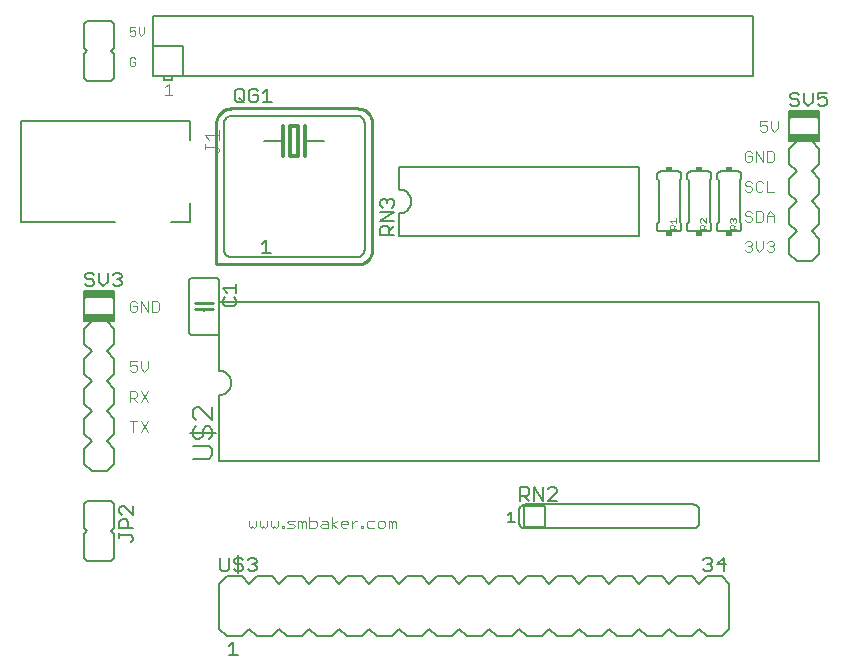
<source format=gto>
G75*
%MOIN*%
%OFA0B0*%
%FSLAX24Y24*%
%IPPOS*%
%LPD*%
%AMOC8*
5,1,8,0,0,1.08239X$1,22.5*
%
%ADD10C,0.0030*%
%ADD11C,0.0060*%
%ADD12C,0.0050*%
%ADD13C,0.0040*%
%ADD14C,0.0080*%
%ADD15C,0.0100*%
%ADD16C,0.0120*%
%ADD17R,0.0200X0.0150*%
%ADD18C,0.0020*%
D10*
X007716Y005357D02*
X007778Y005295D01*
X007839Y005357D01*
X007901Y005295D01*
X007963Y005357D01*
X007963Y005542D01*
X008084Y005542D02*
X008084Y005357D01*
X008146Y005295D01*
X008208Y005357D01*
X008269Y005295D01*
X008331Y005357D01*
X008331Y005542D01*
X008452Y005542D02*
X008452Y005357D01*
X008514Y005295D01*
X008576Y005357D01*
X008638Y005295D01*
X008699Y005357D01*
X008699Y005542D01*
X008821Y005357D02*
X008883Y005357D01*
X008883Y005295D01*
X008821Y005295D01*
X008821Y005357D01*
X009005Y005295D02*
X009190Y005295D01*
X009252Y005357D01*
X009190Y005418D01*
X009067Y005418D01*
X009005Y005480D01*
X009067Y005542D01*
X009252Y005542D01*
X009373Y005542D02*
X009373Y005295D01*
X009497Y005295D02*
X009497Y005480D01*
X009558Y005542D01*
X009620Y005480D01*
X009620Y005295D01*
X009742Y005295D02*
X009927Y005295D01*
X009988Y005357D01*
X009988Y005480D01*
X009927Y005542D01*
X009742Y005542D01*
X009742Y005665D02*
X009742Y005295D01*
X009497Y005480D02*
X009435Y005542D01*
X009373Y005542D01*
X010110Y005357D02*
X010172Y005418D01*
X010357Y005418D01*
X010357Y005480D02*
X010357Y005295D01*
X010172Y005295D01*
X010110Y005357D01*
X010172Y005542D02*
X010295Y005542D01*
X010357Y005480D01*
X010478Y005418D02*
X010663Y005542D01*
X010785Y005480D02*
X010847Y005542D01*
X010970Y005542D01*
X011032Y005480D01*
X011032Y005418D01*
X010785Y005418D01*
X010785Y005357D02*
X010785Y005480D01*
X010785Y005357D02*
X010847Y005295D01*
X010970Y005295D01*
X011153Y005295D02*
X011153Y005542D01*
X011153Y005418D02*
X011277Y005542D01*
X011339Y005542D01*
X011460Y005357D02*
X011522Y005357D01*
X011522Y005295D01*
X011460Y005295D01*
X011460Y005357D01*
X011645Y005357D02*
X011706Y005295D01*
X011891Y005295D01*
X012013Y005357D02*
X012075Y005295D01*
X012198Y005295D01*
X012260Y005357D01*
X012260Y005480D01*
X012198Y005542D01*
X012075Y005542D01*
X012013Y005480D01*
X012013Y005357D01*
X011891Y005542D02*
X011706Y005542D01*
X011645Y005480D01*
X011645Y005357D01*
X012381Y005295D02*
X012381Y005542D01*
X012443Y005542D01*
X012505Y005480D01*
X012566Y005542D01*
X012628Y005480D01*
X012628Y005295D01*
X012505Y005295D02*
X012505Y005480D01*
X010663Y005295D02*
X010478Y005418D01*
X010478Y005295D02*
X010478Y005665D01*
X007716Y005542D02*
X007716Y005357D01*
X004365Y008495D02*
X004118Y008865D01*
X003996Y008865D02*
X003749Y008865D01*
X003873Y008865D02*
X003873Y008495D01*
X004118Y008495D02*
X004365Y008865D01*
X004365Y009495D02*
X004118Y009865D01*
X003996Y009804D02*
X003996Y009680D01*
X003935Y009618D01*
X003749Y009618D01*
X003749Y009495D02*
X003749Y009865D01*
X003935Y009865D01*
X003996Y009804D01*
X003873Y009618D02*
X003996Y009495D01*
X004118Y009495D02*
X004365Y009865D01*
X004241Y010495D02*
X004365Y010618D01*
X004365Y010865D01*
X004118Y010865D02*
X004118Y010618D01*
X004241Y010495D01*
X003996Y010557D02*
X003935Y010495D01*
X003811Y010495D01*
X003749Y010557D01*
X003749Y010680D02*
X003873Y010742D01*
X003935Y010742D01*
X003996Y010680D01*
X003996Y010557D01*
X003749Y010680D02*
X003749Y010865D01*
X003996Y010865D01*
X003935Y012495D02*
X003996Y012557D01*
X003996Y012680D01*
X003873Y012680D01*
X003749Y012557D02*
X003811Y012495D01*
X003935Y012495D01*
X004118Y012495D02*
X004118Y012865D01*
X004365Y012495D01*
X004365Y012865D01*
X004486Y012865D02*
X004671Y012865D01*
X004733Y012804D01*
X004733Y012557D01*
X004671Y012495D01*
X004486Y012495D01*
X004486Y012865D01*
X003996Y012804D02*
X003935Y012865D01*
X003811Y012865D01*
X003749Y012804D01*
X003749Y012557D01*
X003798Y020695D02*
X003749Y020743D01*
X003749Y020937D01*
X003798Y020985D01*
X003895Y020985D01*
X003943Y020937D01*
X003943Y020840D02*
X003846Y020840D01*
X003943Y020840D02*
X003943Y020743D01*
X003895Y020695D01*
X003798Y020695D01*
X003798Y021695D02*
X003749Y021743D01*
X003798Y021695D02*
X003895Y021695D01*
X003943Y021743D01*
X003943Y021840D01*
X003895Y021888D01*
X003846Y021888D01*
X003749Y021840D01*
X003749Y021985D01*
X003943Y021985D01*
X004044Y021985D02*
X004044Y021792D01*
X004141Y021695D01*
X004238Y021792D01*
X004238Y021985D01*
X024249Y017804D02*
X024249Y017557D01*
X024311Y017495D01*
X024435Y017495D01*
X024496Y017557D01*
X024496Y017680D01*
X024373Y017680D01*
X024496Y017804D02*
X024435Y017865D01*
X024311Y017865D01*
X024249Y017804D01*
X024618Y017865D02*
X024865Y017495D01*
X024865Y017865D01*
X024986Y017865D02*
X024986Y017495D01*
X025171Y017495D01*
X025233Y017557D01*
X025233Y017804D01*
X025171Y017865D01*
X024986Y017865D01*
X024618Y017865D02*
X024618Y017495D01*
X024680Y016865D02*
X024618Y016804D01*
X024618Y016557D01*
X024680Y016495D01*
X024803Y016495D01*
X024865Y016557D01*
X024986Y016495D02*
X024986Y016865D01*
X024865Y016804D02*
X024803Y016865D01*
X024680Y016865D01*
X024496Y016804D02*
X024435Y016865D01*
X024311Y016865D01*
X024249Y016804D01*
X024249Y016742D01*
X024311Y016680D01*
X024435Y016680D01*
X024496Y016618D01*
X024496Y016557D01*
X024435Y016495D01*
X024311Y016495D01*
X024249Y016557D01*
X024311Y015865D02*
X024249Y015804D01*
X024249Y015742D01*
X024311Y015680D01*
X024435Y015680D01*
X024496Y015618D01*
X024496Y015557D01*
X024435Y015495D01*
X024311Y015495D01*
X024249Y015557D01*
X024311Y015865D02*
X024435Y015865D01*
X024496Y015804D01*
X024618Y015865D02*
X024803Y015865D01*
X024865Y015804D01*
X024865Y015557D01*
X024803Y015495D01*
X024618Y015495D01*
X024618Y015865D01*
X024986Y015742D02*
X025110Y015865D01*
X025233Y015742D01*
X025233Y015495D01*
X025233Y015680D02*
X024986Y015680D01*
X024986Y015742D02*
X024986Y015495D01*
X025048Y014865D02*
X025171Y014865D01*
X025233Y014804D01*
X025233Y014742D01*
X025171Y014680D01*
X025233Y014618D01*
X025233Y014557D01*
X025171Y014495D01*
X025048Y014495D01*
X024986Y014557D01*
X024865Y014618D02*
X024741Y014495D01*
X024618Y014618D01*
X024618Y014865D01*
X024496Y014804D02*
X024496Y014742D01*
X024435Y014680D01*
X024496Y014618D01*
X024496Y014557D01*
X024435Y014495D01*
X024311Y014495D01*
X024249Y014557D01*
X024373Y014680D02*
X024435Y014680D01*
X024496Y014804D02*
X024435Y014865D01*
X024311Y014865D01*
X024249Y014804D01*
X024865Y014865D02*
X024865Y014618D01*
X024986Y014804D02*
X025048Y014865D01*
X025110Y014680D02*
X025171Y014680D01*
X025233Y016495D02*
X024986Y016495D01*
X024935Y018495D02*
X024811Y018495D01*
X024749Y018557D01*
X024749Y018680D02*
X024873Y018742D01*
X024935Y018742D01*
X024996Y018680D01*
X024996Y018557D01*
X024935Y018495D01*
X025118Y018618D02*
X025241Y018495D01*
X025365Y018618D01*
X025365Y018865D01*
X025118Y018865D02*
X025118Y018618D01*
X024996Y018865D02*
X024749Y018865D01*
X024749Y018680D01*
D11*
X002334Y004180D02*
X002234Y004280D01*
X002234Y005080D01*
X002334Y005180D01*
X002234Y005280D01*
X002234Y006080D01*
X002334Y006180D01*
X003134Y006180D01*
X003234Y006080D01*
X003234Y005280D01*
X003134Y005180D01*
X003234Y005080D01*
X003234Y004280D01*
X003134Y004180D01*
X002334Y004180D01*
X002484Y007180D02*
X002984Y007180D01*
X003234Y007430D01*
X003234Y007930D01*
X002984Y008180D01*
X003234Y008430D01*
X003234Y008930D01*
X002984Y009180D01*
X003234Y009430D01*
X003234Y009930D01*
X002984Y010180D01*
X003234Y010430D01*
X003234Y010930D01*
X002984Y011180D01*
X003234Y011430D01*
X003234Y011930D01*
X002984Y012180D01*
X003234Y012430D01*
X003234Y012930D01*
X002984Y013180D01*
X002484Y013180D01*
X002234Y012930D01*
X002234Y012430D01*
X002484Y012180D01*
X002234Y011930D01*
X002234Y011430D01*
X002484Y011180D01*
X002234Y010930D01*
X002234Y010430D01*
X002484Y010180D01*
X002234Y009930D01*
X002234Y009430D01*
X002484Y009180D01*
X002234Y008930D01*
X002234Y008430D01*
X002484Y008180D01*
X002234Y007930D01*
X002234Y007430D01*
X002484Y007180D01*
X005757Y008468D02*
X006611Y008468D01*
X006504Y008361D02*
X006504Y008575D01*
X006398Y008682D01*
X006291Y008682D01*
X006184Y008575D01*
X006184Y008361D01*
X006077Y008255D01*
X005971Y008255D01*
X005864Y008361D01*
X005864Y008575D01*
X005971Y008682D01*
X005971Y008899D02*
X005864Y009006D01*
X005864Y009219D01*
X005971Y009326D01*
X006077Y009326D01*
X006504Y008899D01*
X006504Y009326D01*
X006734Y009730D02*
X006734Y007530D01*
X026734Y007530D01*
X026734Y012830D01*
X006734Y012830D01*
X006734Y010530D01*
X006773Y010528D01*
X006812Y010522D01*
X006850Y010513D01*
X006887Y010500D01*
X006923Y010483D01*
X006956Y010463D01*
X006988Y010439D01*
X007017Y010413D01*
X007043Y010384D01*
X007067Y010352D01*
X007087Y010319D01*
X007104Y010283D01*
X007117Y010246D01*
X007126Y010208D01*
X007132Y010169D01*
X007134Y010130D01*
X007132Y010091D01*
X007126Y010052D01*
X007117Y010014D01*
X007104Y009977D01*
X007087Y009941D01*
X007067Y009908D01*
X007043Y009876D01*
X007017Y009847D01*
X006988Y009821D01*
X006956Y009797D01*
X006923Y009777D01*
X006887Y009760D01*
X006850Y009747D01*
X006812Y009738D01*
X006773Y009732D01*
X006734Y009730D01*
X006504Y008361D02*
X006398Y008255D01*
X006398Y008037D02*
X005864Y008037D01*
X005864Y007610D02*
X006398Y007610D01*
X006504Y007717D01*
X006504Y007930D01*
X006398Y008037D01*
X006634Y011730D02*
X005834Y011730D01*
X005817Y011732D01*
X005800Y011736D01*
X005784Y011743D01*
X005770Y011753D01*
X005757Y011766D01*
X005747Y011780D01*
X005740Y011796D01*
X005736Y011813D01*
X005734Y011830D01*
X005734Y013530D01*
X005736Y013547D01*
X005740Y013564D01*
X005747Y013580D01*
X005757Y013594D01*
X005770Y013607D01*
X005784Y013617D01*
X005800Y013624D01*
X005817Y013628D01*
X005834Y013630D01*
X006634Y013630D01*
X006651Y013628D01*
X006668Y013624D01*
X006684Y013617D01*
X006698Y013607D01*
X006711Y013594D01*
X006721Y013580D01*
X006728Y013564D01*
X006732Y013547D01*
X006734Y013530D01*
X006734Y011830D01*
X006732Y011813D01*
X006728Y011796D01*
X006721Y011780D01*
X006711Y011766D01*
X006698Y011753D01*
X006684Y011743D01*
X006668Y011736D01*
X006651Y011732D01*
X006634Y011730D01*
X006234Y012530D02*
X006234Y012580D01*
X006234Y012780D02*
X006234Y012830D01*
X007134Y014330D02*
X011334Y014330D01*
X011364Y014332D01*
X011394Y014337D01*
X011423Y014346D01*
X011450Y014359D01*
X011476Y014374D01*
X011500Y014393D01*
X011521Y014414D01*
X011540Y014438D01*
X011555Y014464D01*
X011568Y014491D01*
X011577Y014520D01*
X011582Y014550D01*
X011584Y014580D01*
X011584Y018780D01*
X011582Y018810D01*
X011577Y018840D01*
X011568Y018869D01*
X011555Y018896D01*
X011540Y018922D01*
X011521Y018946D01*
X011500Y018967D01*
X011476Y018986D01*
X011450Y019001D01*
X011423Y019014D01*
X011394Y019023D01*
X011364Y019028D01*
X011334Y019030D01*
X007134Y019030D01*
X007104Y019028D01*
X007074Y019023D01*
X007045Y019014D01*
X007018Y019001D01*
X006992Y018986D01*
X006968Y018967D01*
X006947Y018946D01*
X006928Y018922D01*
X006913Y018896D01*
X006900Y018869D01*
X006891Y018840D01*
X006886Y018810D01*
X006884Y018780D01*
X006884Y014580D01*
X006886Y014550D01*
X006891Y014520D01*
X006900Y014491D01*
X006913Y014464D01*
X006928Y014438D01*
X006947Y014414D01*
X006968Y014393D01*
X006992Y014374D01*
X007018Y014359D01*
X007045Y014346D01*
X007074Y014337D01*
X007104Y014332D01*
X007134Y014330D01*
X008234Y018180D02*
X008864Y018180D01*
X009604Y018180D02*
X010234Y018180D01*
X012734Y017330D02*
X012734Y016580D01*
X012773Y016578D01*
X012812Y016572D01*
X012850Y016563D01*
X012887Y016550D01*
X012923Y016533D01*
X012956Y016513D01*
X012988Y016489D01*
X013017Y016463D01*
X013043Y016434D01*
X013067Y016402D01*
X013087Y016369D01*
X013104Y016333D01*
X013117Y016296D01*
X013126Y016258D01*
X013132Y016219D01*
X013134Y016180D01*
X013132Y016141D01*
X013126Y016102D01*
X013117Y016064D01*
X013104Y016027D01*
X013087Y015991D01*
X013067Y015958D01*
X013043Y015926D01*
X013017Y015897D01*
X012988Y015871D01*
X012956Y015847D01*
X012923Y015827D01*
X012887Y015810D01*
X012850Y015797D01*
X012812Y015788D01*
X012773Y015782D01*
X012734Y015780D01*
X012734Y015030D01*
X020734Y015030D01*
X020734Y017330D01*
X012734Y017330D01*
X021334Y017080D02*
X021334Y016930D01*
X021384Y016880D01*
X021384Y015480D01*
X021334Y015430D01*
X021334Y015280D01*
X021336Y015263D01*
X021340Y015246D01*
X021347Y015230D01*
X021357Y015216D01*
X021370Y015203D01*
X021384Y015193D01*
X021400Y015186D01*
X021417Y015182D01*
X021434Y015180D01*
X022034Y015180D01*
X022051Y015182D01*
X022068Y015186D01*
X022084Y015193D01*
X022098Y015203D01*
X022111Y015216D01*
X022121Y015230D01*
X022128Y015246D01*
X022132Y015263D01*
X022134Y015280D01*
X022134Y015430D01*
X022084Y015480D01*
X022084Y016880D01*
X022134Y016930D01*
X022134Y017080D01*
X022132Y017097D01*
X022128Y017114D01*
X022121Y017130D01*
X022111Y017144D01*
X022098Y017157D01*
X022084Y017167D01*
X022068Y017174D01*
X022051Y017178D01*
X022034Y017180D01*
X021434Y017180D01*
X021417Y017178D01*
X021400Y017174D01*
X021384Y017167D01*
X021370Y017157D01*
X021357Y017144D01*
X021347Y017130D01*
X021340Y017114D01*
X021336Y017097D01*
X021334Y017080D01*
X022334Y017080D02*
X022334Y016930D01*
X022384Y016880D01*
X022384Y015480D01*
X022334Y015430D01*
X022334Y015280D01*
X022336Y015263D01*
X022340Y015246D01*
X022347Y015230D01*
X022357Y015216D01*
X022370Y015203D01*
X022384Y015193D01*
X022400Y015186D01*
X022417Y015182D01*
X022434Y015180D01*
X023034Y015180D01*
X023051Y015182D01*
X023068Y015186D01*
X023084Y015193D01*
X023098Y015203D01*
X023111Y015216D01*
X023121Y015230D01*
X023128Y015246D01*
X023132Y015263D01*
X023134Y015280D01*
X023134Y015430D01*
X023084Y015480D01*
X023084Y016880D01*
X023134Y016930D01*
X023134Y017080D01*
X023132Y017097D01*
X023128Y017114D01*
X023121Y017130D01*
X023111Y017144D01*
X023098Y017157D01*
X023084Y017167D01*
X023068Y017174D01*
X023051Y017178D01*
X023034Y017180D01*
X022434Y017180D01*
X022417Y017178D01*
X022400Y017174D01*
X022384Y017167D01*
X022370Y017157D01*
X022357Y017144D01*
X022347Y017130D01*
X022340Y017114D01*
X022336Y017097D01*
X022334Y017080D01*
X023334Y017080D02*
X023334Y016930D01*
X023384Y016880D01*
X023384Y015480D01*
X023334Y015430D01*
X023334Y015280D01*
X023336Y015263D01*
X023340Y015246D01*
X023347Y015230D01*
X023357Y015216D01*
X023370Y015203D01*
X023384Y015193D01*
X023400Y015186D01*
X023417Y015182D01*
X023434Y015180D01*
X024034Y015180D01*
X024051Y015182D01*
X024068Y015186D01*
X024084Y015193D01*
X024098Y015203D01*
X024111Y015216D01*
X024121Y015230D01*
X024128Y015246D01*
X024132Y015263D01*
X024134Y015280D01*
X024134Y015430D01*
X024084Y015480D01*
X024084Y016880D01*
X024134Y016930D01*
X024134Y017080D01*
X024132Y017097D01*
X024128Y017114D01*
X024121Y017130D01*
X024111Y017144D01*
X024098Y017157D01*
X024084Y017167D01*
X024068Y017174D01*
X024051Y017178D01*
X024034Y017180D01*
X023434Y017180D01*
X023417Y017178D01*
X023400Y017174D01*
X023384Y017167D01*
X023370Y017157D01*
X023357Y017144D01*
X023347Y017130D01*
X023340Y017114D01*
X023336Y017097D01*
X023334Y017080D01*
X025734Y016930D02*
X025734Y016430D01*
X025984Y016180D01*
X025734Y015930D01*
X025734Y015430D01*
X025984Y015180D01*
X025734Y014930D01*
X025734Y014430D01*
X025984Y014180D01*
X026484Y014180D01*
X026734Y014430D01*
X026734Y014930D01*
X026484Y015180D01*
X026734Y015430D01*
X026734Y015930D01*
X026484Y016180D01*
X026734Y016430D01*
X026734Y016930D01*
X026484Y017180D01*
X026734Y017430D01*
X026734Y017930D01*
X026484Y018180D01*
X026734Y018430D01*
X026734Y018930D01*
X026484Y019180D01*
X025984Y019180D01*
X025734Y018930D01*
X025734Y018430D01*
X025984Y018180D01*
X025734Y017930D01*
X025734Y017430D01*
X025984Y017180D01*
X025734Y016930D01*
X022534Y006080D02*
X016934Y006080D01*
X016884Y006030D02*
X016884Y005330D01*
X017584Y005330D01*
X017584Y006030D01*
X016884Y006030D01*
X016934Y006080D02*
X016908Y006078D01*
X016882Y006073D01*
X016857Y006065D01*
X016834Y006053D01*
X016812Y006039D01*
X016793Y006021D01*
X016775Y006002D01*
X016761Y005980D01*
X016749Y005957D01*
X016741Y005932D01*
X016736Y005906D01*
X016734Y005880D01*
X016734Y005480D01*
X016736Y005454D01*
X016741Y005428D01*
X016749Y005403D01*
X016761Y005380D01*
X016775Y005358D01*
X016793Y005339D01*
X016812Y005321D01*
X016834Y005307D01*
X016857Y005295D01*
X016882Y005287D01*
X016908Y005282D01*
X016934Y005280D01*
X022534Y005280D01*
X022560Y005282D01*
X022586Y005287D01*
X022611Y005295D01*
X022634Y005307D01*
X022656Y005321D01*
X022675Y005339D01*
X022693Y005358D01*
X022707Y005380D01*
X022719Y005403D01*
X022727Y005428D01*
X022732Y005454D01*
X022734Y005480D01*
X022734Y005880D01*
X022732Y005906D01*
X022727Y005932D01*
X022719Y005957D01*
X022707Y005980D01*
X022693Y006002D01*
X022675Y006021D01*
X022656Y006039D01*
X022634Y006053D01*
X022611Y006065D01*
X022586Y006073D01*
X022560Y006078D01*
X022534Y006080D01*
X022484Y003680D02*
X021984Y003680D01*
X021734Y003430D01*
X021484Y003680D01*
X020984Y003680D01*
X020734Y003430D01*
X020484Y003680D01*
X019984Y003680D01*
X019734Y003430D01*
X019484Y003680D01*
X018984Y003680D01*
X018734Y003430D01*
X018484Y003680D01*
X017984Y003680D01*
X017734Y003430D01*
X017484Y003680D01*
X016984Y003680D01*
X016734Y003430D01*
X016484Y003680D01*
X015984Y003680D01*
X015734Y003430D01*
X015484Y003680D01*
X014984Y003680D01*
X014734Y003430D01*
X014484Y003680D01*
X013984Y003680D01*
X013734Y003430D01*
X013484Y003680D01*
X012984Y003680D01*
X012734Y003430D01*
X012484Y003680D01*
X011984Y003680D01*
X011734Y003430D01*
X011484Y003680D01*
X010984Y003680D01*
X010734Y003430D01*
X010484Y003680D01*
X009984Y003680D01*
X009734Y003430D01*
X009484Y003680D01*
X008984Y003680D01*
X008734Y003430D01*
X008484Y003680D01*
X007984Y003680D01*
X007734Y003430D01*
X007484Y003680D01*
X006984Y003680D01*
X006734Y003430D01*
X006734Y001930D01*
X006984Y001680D01*
X007484Y001680D01*
X007734Y001930D01*
X007984Y001680D01*
X008484Y001680D01*
X008734Y001930D01*
X008984Y001680D01*
X009484Y001680D01*
X009734Y001930D01*
X009984Y001680D01*
X010484Y001680D01*
X010734Y001930D01*
X010984Y001680D01*
X011484Y001680D01*
X011734Y001930D01*
X011984Y001680D01*
X012484Y001680D01*
X012734Y001930D01*
X012984Y001680D01*
X013484Y001680D01*
X013734Y001930D01*
X013984Y001680D01*
X014484Y001680D01*
X014734Y001930D01*
X014984Y001680D01*
X015484Y001680D01*
X015734Y001930D01*
X015984Y001680D01*
X016484Y001680D01*
X016734Y001930D01*
X016984Y001680D01*
X017484Y001680D01*
X017734Y001930D01*
X017984Y001680D01*
X018484Y001680D01*
X018734Y001930D01*
X018984Y001680D01*
X019484Y001680D01*
X019734Y001930D01*
X019984Y001680D01*
X020484Y001680D01*
X020734Y001930D01*
X020984Y001680D01*
X021484Y001680D01*
X021734Y001930D01*
X021984Y001680D01*
X022484Y001680D01*
X022734Y001930D01*
X022984Y001680D01*
X023484Y001680D01*
X023734Y001930D01*
X023734Y003430D01*
X023484Y003680D01*
X022984Y003680D01*
X022734Y003430D01*
X022484Y003680D01*
X003234Y020280D02*
X003134Y020180D01*
X002334Y020180D01*
X002234Y020280D01*
X002234Y021080D01*
X002334Y021180D01*
X002234Y021280D01*
X002234Y022080D01*
X002334Y022180D01*
X003134Y022180D01*
X003234Y022080D01*
X003234Y021280D01*
X003134Y021180D01*
X003234Y021080D01*
X003234Y020280D01*
D12*
X004530Y020349D02*
X004905Y020349D01*
X004905Y020224D01*
X005155Y020224D01*
X005155Y020349D01*
X005530Y020349D01*
X005530Y021349D01*
X004530Y021349D01*
X004530Y020349D01*
X004905Y020349D02*
X005155Y020349D01*
X005530Y020349D02*
X024530Y020349D01*
X024530Y022349D01*
X004530Y022349D01*
X004530Y021349D01*
X007259Y019870D02*
X007259Y019570D01*
X007335Y019495D01*
X007485Y019495D01*
X007560Y019570D01*
X007560Y019870D01*
X007485Y019945D01*
X007335Y019945D01*
X007259Y019870D01*
X007410Y019645D02*
X007560Y019495D01*
X007720Y019570D02*
X007795Y019495D01*
X007945Y019495D01*
X008020Y019570D01*
X008020Y019720D01*
X007870Y019720D01*
X007720Y019870D02*
X007720Y019570D01*
X007720Y019870D02*
X007795Y019945D01*
X007945Y019945D01*
X008020Y019870D01*
X008180Y019795D02*
X008330Y019945D01*
X008330Y019495D01*
X008180Y019495D02*
X008481Y019495D01*
X012109Y016201D02*
X012184Y016276D01*
X012259Y016276D01*
X012334Y016201D01*
X012409Y016276D01*
X012484Y016276D01*
X012559Y016201D01*
X012559Y016051D01*
X012484Y015976D01*
X012559Y015816D02*
X012109Y015816D01*
X012184Y015976D02*
X012109Y016051D01*
X012109Y016201D01*
X012334Y016201D02*
X012334Y016126D01*
X012559Y015816D02*
X012109Y015515D01*
X012559Y015515D01*
X012559Y015355D02*
X012409Y015205D01*
X012409Y015280D02*
X012409Y015055D01*
X012559Y015055D02*
X012109Y015055D01*
X012109Y015280D01*
X012184Y015355D01*
X012334Y015355D01*
X012409Y015280D01*
X008460Y014455D02*
X008159Y014455D01*
X008310Y014455D02*
X008310Y014905D01*
X008159Y014755D01*
X007309Y013445D02*
X007309Y013145D01*
X007309Y013295D02*
X006859Y013295D01*
X007009Y013145D01*
X006934Y012984D02*
X006859Y012909D01*
X006859Y012759D01*
X006934Y012684D01*
X007234Y012684D01*
X007309Y012759D01*
X007309Y012909D01*
X007234Y012984D01*
X003481Y013430D02*
X003405Y013355D01*
X003255Y013355D01*
X003180Y013430D01*
X003020Y013505D02*
X003020Y013805D01*
X003180Y013730D02*
X003255Y013805D01*
X003405Y013805D01*
X003481Y013730D01*
X003481Y013655D01*
X003405Y013580D01*
X003481Y013505D01*
X003481Y013430D01*
X003405Y013580D02*
X003330Y013580D01*
X003020Y013505D02*
X002870Y013355D01*
X002720Y013505D01*
X002720Y013805D01*
X002560Y013730D02*
X002485Y013805D01*
X002335Y013805D01*
X002259Y013730D01*
X002259Y013655D01*
X002335Y013580D01*
X002485Y013580D01*
X002560Y013505D01*
X002560Y013430D01*
X002485Y013355D01*
X002335Y013355D01*
X002259Y013430D01*
X002234Y013180D02*
X002234Y012980D01*
X003234Y012980D01*
X003234Y013180D01*
X002234Y013180D01*
X002234Y013145D02*
X003234Y013145D01*
X003234Y013096D02*
X002234Y013096D01*
X002234Y013048D02*
X003234Y013048D01*
X003234Y012999D02*
X002234Y012999D01*
X002234Y012380D02*
X003234Y012380D01*
X003234Y012180D01*
X002234Y012180D01*
X002234Y012380D01*
X002234Y012369D02*
X003234Y012369D01*
X003234Y012320D02*
X002234Y012320D01*
X002234Y012272D02*
X003234Y012272D01*
X003234Y012223D02*
X002234Y012223D01*
X003484Y006045D02*
X003409Y005970D01*
X003409Y005820D01*
X003484Y005745D01*
X003484Y005584D02*
X003409Y005509D01*
X003409Y005284D01*
X003859Y005284D01*
X003709Y005284D02*
X003709Y005509D01*
X003634Y005584D01*
X003484Y005584D01*
X003859Y005745D02*
X003559Y006045D01*
X003484Y006045D01*
X003859Y006045D02*
X003859Y005745D01*
X003784Y005049D02*
X003409Y005049D01*
X003409Y004974D02*
X003409Y005124D01*
X003784Y005049D02*
X003859Y004974D01*
X003859Y004899D01*
X003784Y004824D01*
X006759Y004305D02*
X006759Y003930D01*
X006835Y003855D01*
X006985Y003855D01*
X007060Y003930D01*
X007060Y004305D01*
X007220Y004230D02*
X007295Y004305D01*
X007445Y004305D01*
X007520Y004230D01*
X007680Y004230D02*
X007755Y004305D01*
X007905Y004305D01*
X007981Y004230D01*
X007981Y004155D01*
X007905Y004080D01*
X007981Y004005D01*
X007981Y003930D01*
X007905Y003855D01*
X007755Y003855D01*
X007680Y003930D01*
X007520Y003930D02*
X007520Y004005D01*
X007445Y004080D01*
X007295Y004080D01*
X007220Y004155D01*
X007220Y004230D01*
X007370Y004380D02*
X007370Y003780D01*
X007295Y003855D02*
X007220Y003930D01*
X007295Y003855D02*
X007445Y003855D01*
X007520Y003930D01*
X007830Y004080D02*
X007905Y004080D01*
X007210Y001505D02*
X007210Y001055D01*
X007360Y001055D02*
X007059Y001055D01*
X007059Y001355D02*
X007210Y001505D01*
X016359Y005505D02*
X016586Y005505D01*
X016473Y005505D02*
X016473Y005845D01*
X016359Y005732D01*
X016759Y006205D02*
X016759Y006655D01*
X016985Y006655D01*
X017060Y006580D01*
X017060Y006430D01*
X016985Y006355D01*
X016759Y006355D01*
X016910Y006355D02*
X017060Y006205D01*
X017220Y006205D02*
X017220Y006655D01*
X017520Y006205D01*
X017520Y006655D01*
X017680Y006580D02*
X017755Y006655D01*
X017905Y006655D01*
X017981Y006580D01*
X017981Y006505D01*
X017680Y006205D01*
X017981Y006205D01*
X022859Y004230D02*
X022935Y004305D01*
X023085Y004305D01*
X023160Y004230D01*
X023160Y004155D01*
X023085Y004080D01*
X023160Y004005D01*
X023160Y003930D01*
X023085Y003855D01*
X022935Y003855D01*
X022859Y003930D01*
X023010Y004080D02*
X023085Y004080D01*
X023320Y004080D02*
X023620Y004080D01*
X023545Y003855D02*
X023545Y004305D01*
X023320Y004080D01*
X025734Y018180D02*
X026734Y018180D01*
X026734Y018380D01*
X025734Y018380D01*
X025734Y018180D01*
X025734Y018189D02*
X026734Y018189D01*
X026734Y018237D02*
X025734Y018237D01*
X025734Y018286D02*
X026734Y018286D01*
X026734Y018334D02*
X025734Y018334D01*
X025734Y018980D02*
X026734Y018980D01*
X026734Y019180D01*
X025734Y019180D01*
X025734Y018980D01*
X025734Y019013D02*
X026734Y019013D01*
X026734Y019062D02*
X025734Y019062D01*
X025734Y019110D02*
X026734Y019110D01*
X026734Y019159D02*
X025734Y019159D01*
X025835Y019355D02*
X025759Y019430D01*
X025835Y019355D02*
X025985Y019355D01*
X026060Y019430D01*
X026060Y019505D01*
X025985Y019580D01*
X025835Y019580D01*
X025759Y019655D01*
X025759Y019730D01*
X025835Y019805D01*
X025985Y019805D01*
X026060Y019730D01*
X026220Y019805D02*
X026220Y019505D01*
X026370Y019355D01*
X026520Y019505D01*
X026520Y019805D01*
X026680Y019805D02*
X026680Y019580D01*
X026830Y019655D01*
X026905Y019655D01*
X026981Y019580D01*
X026981Y019430D01*
X026905Y019355D01*
X026755Y019355D01*
X026680Y019430D01*
X026680Y019805D02*
X026981Y019805D01*
D13*
X006714Y018547D02*
X006714Y018240D01*
X006714Y018393D02*
X006254Y018393D01*
X006408Y018240D01*
X006254Y018086D02*
X006254Y017933D01*
X006254Y018009D02*
X006638Y018009D01*
X006714Y017933D01*
X006714Y017856D01*
X006638Y017779D01*
X005165Y019744D02*
X004925Y019744D01*
X005045Y019744D02*
X005045Y020105D01*
X004925Y019984D01*
D14*
X005770Y018873D02*
X005770Y018243D01*
X005770Y018873D02*
X000140Y018873D01*
X000140Y015487D01*
X003270Y015487D01*
X005140Y015487D02*
X005770Y015487D01*
X005770Y016117D01*
D15*
X006634Y014080D02*
X006634Y018780D01*
X006636Y018824D01*
X006642Y018867D01*
X006651Y018909D01*
X006664Y018951D01*
X006681Y018991D01*
X006701Y019030D01*
X006724Y019067D01*
X006751Y019101D01*
X006780Y019134D01*
X006813Y019163D01*
X006847Y019190D01*
X006884Y019213D01*
X006923Y019233D01*
X006963Y019250D01*
X007005Y019263D01*
X007047Y019272D01*
X007090Y019278D01*
X007134Y019280D01*
X011334Y019280D01*
X011378Y019278D01*
X011421Y019272D01*
X011463Y019263D01*
X011505Y019250D01*
X011545Y019233D01*
X011584Y019213D01*
X011621Y019190D01*
X011655Y019163D01*
X011688Y019134D01*
X011717Y019101D01*
X011744Y019067D01*
X011767Y019030D01*
X011787Y018991D01*
X011804Y018951D01*
X011817Y018909D01*
X011826Y018867D01*
X011832Y018824D01*
X011834Y018780D01*
X011834Y014580D01*
X011832Y014536D01*
X011826Y014493D01*
X011817Y014451D01*
X011804Y014409D01*
X011787Y014369D01*
X011767Y014330D01*
X011744Y014293D01*
X011717Y014259D01*
X011688Y014226D01*
X011655Y014197D01*
X011621Y014170D01*
X011584Y014147D01*
X011545Y014127D01*
X011505Y014110D01*
X011463Y014097D01*
X011421Y014088D01*
X011378Y014082D01*
X011334Y014080D01*
X006634Y014080D01*
X006534Y012780D02*
X006234Y012780D01*
X005934Y012780D01*
X005934Y012580D02*
X006234Y012580D01*
X006534Y012580D01*
D16*
X008864Y017680D02*
X008864Y018180D01*
X008864Y018680D01*
X009104Y018680D02*
X009354Y018680D01*
X009354Y017680D01*
X009104Y017680D01*
X009104Y018680D01*
X009604Y018680D02*
X009604Y018180D01*
X009604Y017680D01*
D17*
X021734Y017255D03*
X022734Y017255D03*
X023734Y017255D03*
X023734Y015105D03*
X022734Y015105D03*
X021734Y015105D03*
D18*
X021754Y015248D02*
X021754Y015358D01*
X021791Y015395D01*
X021864Y015395D01*
X021901Y015358D01*
X021901Y015248D01*
X021901Y015321D02*
X021974Y015395D01*
X021974Y015469D02*
X021974Y015616D01*
X021974Y015542D02*
X021754Y015542D01*
X021828Y015469D01*
X021754Y015248D02*
X021974Y015248D01*
X022754Y015248D02*
X022754Y015358D01*
X022791Y015395D01*
X022864Y015395D01*
X022901Y015358D01*
X022901Y015248D01*
X022901Y015321D02*
X022974Y015395D01*
X022974Y015469D02*
X022828Y015616D01*
X022791Y015616D01*
X022754Y015579D01*
X022754Y015506D01*
X022791Y015469D01*
X022974Y015469D02*
X022974Y015616D01*
X022974Y015248D02*
X022754Y015248D01*
X023754Y015248D02*
X023754Y015358D01*
X023791Y015395D01*
X023864Y015395D01*
X023901Y015358D01*
X023901Y015248D01*
X023901Y015321D02*
X023974Y015395D01*
X023938Y015469D02*
X023974Y015506D01*
X023974Y015579D01*
X023938Y015616D01*
X023901Y015616D01*
X023864Y015579D01*
X023864Y015542D01*
X023864Y015579D02*
X023828Y015616D01*
X023791Y015616D01*
X023754Y015579D01*
X023754Y015506D01*
X023791Y015469D01*
X023754Y015248D02*
X023974Y015248D01*
M02*

</source>
